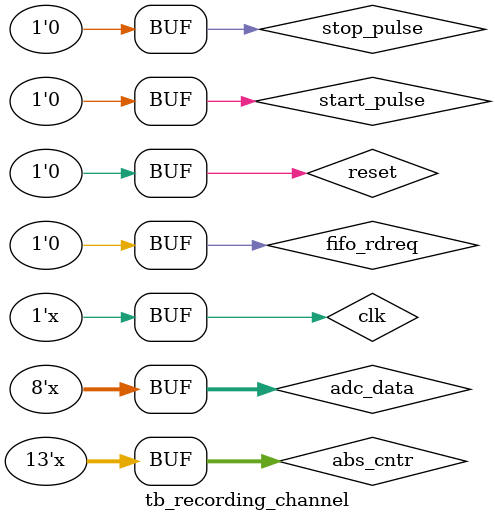
<source format=v>
`timescale 1ns/100ps
module tb_recording_channel();

reg reset = 1;
reg clk = 1;
reg [7:0] adc_data = 0;
reg start_pulse = 0;
reg start_pulse = 0;
reg [12:0] abs_cntr = 0;
reg fifo_rdreq = 0;

always #5
	clk <= ~clk;

always #10000
	begin
	reset = 1;
	#10
	reset = 0;
	#200
	start_pulse = 1;
	#10
	start_pulse = 0;
	#4000
	stop_pulse = 1;
	#10
	stop_pulse = 0;
	#300
	fifo_rdreq = 1;
	#2560
	fifo_rdreq = 0;
	end 
	
always #10
	adc_data <= adc_data + 1;
	
always #10
	if (reset)
		abs_cntr = 0;
	else 
		abs_cntr = abs_cntr + 1;
	




recording_channel u0
(
	.reset(reset), 				//aclr for fifo
	.clk(clk), 					//fast clk (adc domain)
	.fifo_d(adc_data),			//data for writing in fifo 
	.start_pulse(start_pulse),			//start for recording channel
	.stop_pulse(stop_pulse),			//stop recording (with optional delay)
	.stop_recording(), 		//if there were no comp pulse, but its neccessary to stop recording
	.stop_delay(64), 	//delay in clk cycles
	.abs_counter(abs_cntr),	//timestamp from counter
	.fifo_read_request(), 	//request for reading from fifo
	.echo_pulse_detected(),	//pulse detected
	.sample_length(), //length of sample, stored in fifo 
	.fifo_usdw(),		//current cnt of words in fifo (address for writing in buf RAM)
	.fifo_q(),		//fifo .(
	.timestamp()		//stop pulse timestamp
);

endmodule 
</source>
